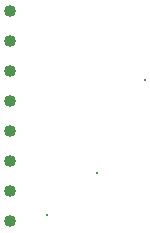
<source format=gbr>
%TF.GenerationSoftware,Altium Limited,Altium Designer,24.4.1 (13)*%
G04 Layer_Color=0*
%FSLAX45Y45*%
%MOMM*%
%TF.SameCoordinates,912A9E6C-26A1-424A-A32F-7B2CA38D8761*%
%TF.FilePolarity,Positive*%
%TF.FileFunction,Plated,1,2,PTH,Drill*%
%TF.Part,Single*%
G01*
G75*
%TA.AperFunction,ComponentDrill*%
%ADD25C,1.02000*%
%TA.AperFunction,ViaDrill,NotFilled*%
%ADD26C,0.30480*%
D25*
X14097000Y4394200D02*
D03*
Y4648200D02*
D03*
Y4902200D02*
D03*
Y5156200D02*
D03*
Y5410200D02*
D03*
Y4140200D02*
D03*
Y3886200D02*
D03*
Y3632200D02*
D03*
D26*
X15239999Y4826000D02*
D03*
X14414500Y3683000D02*
D03*
X14833600Y4038600D02*
D03*
%TF.MD5,60a841a58fd5513bd951c4e37257e168*%
M02*

</source>
